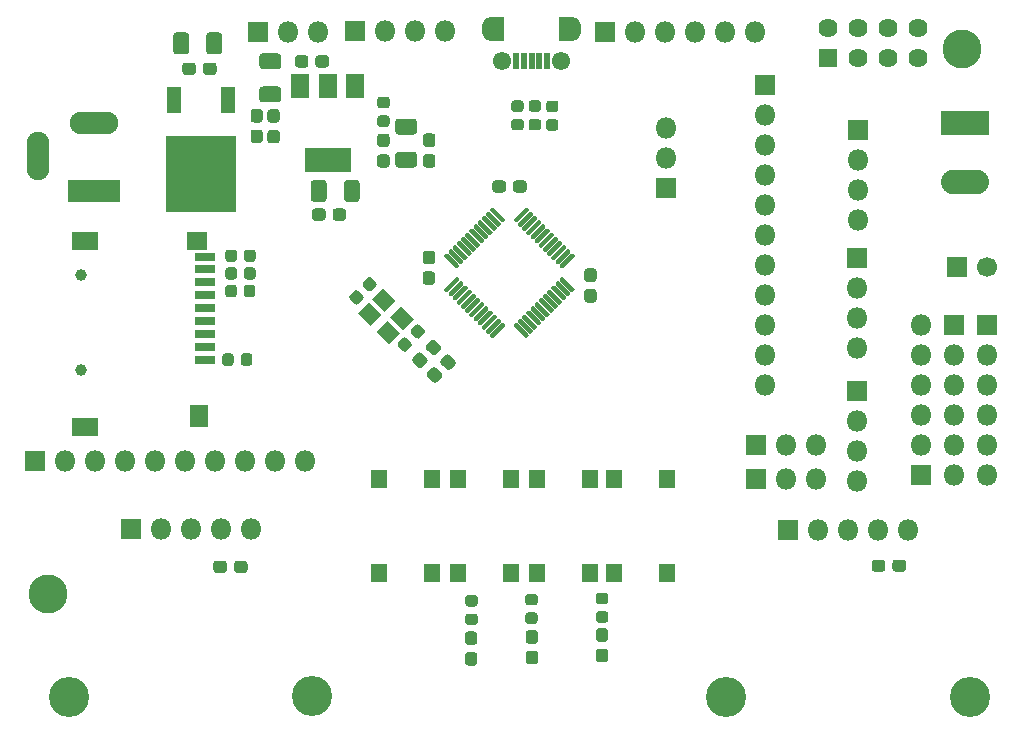
<source format=gbr>
%TF.GenerationSoftware,KiCad,Pcbnew,(5.1.6)-1*%
%TF.CreationDate,2020-09-08T21:04:45+07:00*%
%TF.ProjectId,C21_board,4332315f-626f-4617-9264-2e6b69636164,rev?*%
%TF.SameCoordinates,Original*%
%TF.FileFunction,Soldermask,Top*%
%TF.FilePolarity,Negative*%
%FSLAX46Y46*%
G04 Gerber Fmt 4.6, Leading zero omitted, Abs format (unit mm)*
G04 Created by KiCad (PCBNEW (5.1.6)-1) date 2020-09-08 21:04:45*
%MOMM*%
%LPD*%
G01*
G04 APERTURE LIST*
%ADD10C,1.624000*%
%ADD11R,1.624000X1.624000*%
%ADD12R,1.400000X1.650000*%
%ADD13O,1.800000X1.800000*%
%ADD14R,1.800000X1.800000*%
%ADD15C,3.300000*%
%ADD16C,3.400000*%
%ADD17C,1.700000*%
%ADD18R,1.700000X1.700000*%
%ADD19O,4.060000X2.080000*%
%ADD20R,4.060000X2.080000*%
%ADD21R,1.300000X2.000000*%
%ADD22O,1.300000X2.000000*%
%ADD23C,1.550000*%
%ADD24R,0.500000X1.450000*%
%ADD25R,5.900000X6.500000*%
%ADD26R,1.300000X2.300000*%
%ADD27R,4.500000X1.900000*%
%ADD28O,4.100000X1.900000*%
%ADD29O,1.900000X4.100000*%
%ADD30C,0.100000*%
%ADD31R,1.600000X2.100000*%
%ADD32R,3.900000X2.100000*%
%ADD33R,1.700000X0.800000*%
%ADD34R,1.700000X1.500000*%
%ADD35R,2.300000X1.500000*%
%ADD36R,1.500000X1.900000*%
%ADD37C,1.000000*%
G04 APERTURE END LIST*
D10*
%TO.C,nRF24*%
X173720000Y-61685000D03*
X173720000Y-64225000D03*
X171180000Y-61685000D03*
X171180000Y-64225000D03*
X168640000Y-61685000D03*
X168640000Y-64225000D03*
X166100000Y-61685000D03*
D11*
X166100000Y-64225000D03*
%TD*%
D12*
%TO.C,SW2*%
X148025000Y-107825000D03*
X152525000Y-107825000D03*
X152525000Y-99875000D03*
X148025000Y-99875000D03*
%TD*%
%TO.C,SW5*%
X141450000Y-107825000D03*
X145950000Y-107825000D03*
X145950000Y-99875000D03*
X141450000Y-99875000D03*
%TD*%
%TO.C,SW4*%
X134775000Y-107825000D03*
X139275000Y-107825000D03*
X139275000Y-99875000D03*
X134775000Y-99875000D03*
%TD*%
%TO.C,SW1*%
X128100000Y-107825000D03*
X132600000Y-107825000D03*
X132600000Y-99875000D03*
X128100000Y-99875000D03*
%TD*%
D13*
%TO.C,MPU9250*%
X121835000Y-98325000D03*
X119295000Y-98325000D03*
X116755000Y-98325000D03*
X114215000Y-98325000D03*
X111675000Y-98325000D03*
X109135000Y-98325000D03*
X106595000Y-98325000D03*
X104055000Y-98325000D03*
X101515000Y-98325000D03*
D14*
X98975000Y-98325000D03*
D15*
X100075000Y-109625000D03*
%TD*%
D13*
%TO.C,J7*%
X117235000Y-104150000D03*
X114695000Y-104150000D03*
X112155000Y-104150000D03*
X109615000Y-104150000D03*
D14*
X107075000Y-104150000D03*
D16*
X122465000Y-118240000D03*
X101875000Y-118300000D03*
%TD*%
%TO.C,J4*%
X157515000Y-118375000D03*
X178105000Y-118315000D03*
D14*
X162715000Y-104225000D03*
D13*
X165255000Y-104225000D03*
X167795000Y-104225000D03*
X170335000Y-104225000D03*
X172875000Y-104225000D03*
%TD*%
%TO.C,U3*%
G36*
G01*
X134606839Y-82053769D02*
X133634566Y-81081498D01*
G75*
G02*
X133634566Y-80940076I70711J70711D01*
G01*
X133775988Y-80798654D01*
G75*
G02*
X133917410Y-80798654I70711J-70711D01*
G01*
X134889682Y-81770926D01*
G75*
G02*
X134889682Y-81912348I-70711J-70711D01*
G01*
X134748260Y-82053770D01*
G75*
G02*
X134606838Y-82053770I-70711J70711D01*
G01*
G37*
G36*
G01*
X134960393Y-81700215D02*
X133988120Y-80727944D01*
G75*
G02*
X133988120Y-80586522I70711J70711D01*
G01*
X134129542Y-80445100D01*
G75*
G02*
X134270964Y-80445100I70711J-70711D01*
G01*
X135243236Y-81417372D01*
G75*
G02*
X135243236Y-81558794I-70711J-70711D01*
G01*
X135101814Y-81700216D01*
G75*
G02*
X134960392Y-81700216I-70711J70711D01*
G01*
G37*
G36*
G01*
X135313946Y-81346662D02*
X134341673Y-80374391D01*
G75*
G02*
X134341673Y-80232969I70711J70711D01*
G01*
X134483095Y-80091547D01*
G75*
G02*
X134624517Y-80091547I70711J-70711D01*
G01*
X135596789Y-81063819D01*
G75*
G02*
X135596789Y-81205241I-70711J-70711D01*
G01*
X135455367Y-81346663D01*
G75*
G02*
X135313945Y-81346663I-70711J70711D01*
G01*
G37*
G36*
G01*
X135667500Y-80993108D02*
X134695227Y-80020837D01*
G75*
G02*
X134695227Y-79879415I70711J70711D01*
G01*
X134836649Y-79737993D01*
G75*
G02*
X134978071Y-79737993I70711J-70711D01*
G01*
X135950343Y-80710265D01*
G75*
G02*
X135950343Y-80851687I-70711J-70711D01*
G01*
X135808921Y-80993109D01*
G75*
G02*
X135667499Y-80993109I-70711J70711D01*
G01*
G37*
G36*
G01*
X136021053Y-80639555D02*
X135048780Y-79667284D01*
G75*
G02*
X135048780Y-79525862I70711J70711D01*
G01*
X135190202Y-79384440D01*
G75*
G02*
X135331624Y-79384440I70711J-70711D01*
G01*
X136303896Y-80356712D01*
G75*
G02*
X136303896Y-80498134I-70711J-70711D01*
G01*
X136162474Y-80639556D01*
G75*
G02*
X136021052Y-80639556I-70711J70711D01*
G01*
G37*
G36*
G01*
X136374606Y-80286002D02*
X135402333Y-79313731D01*
G75*
G02*
X135402333Y-79172309I70711J70711D01*
G01*
X135543755Y-79030887D01*
G75*
G02*
X135685177Y-79030887I70711J-70711D01*
G01*
X136657449Y-80003159D01*
G75*
G02*
X136657449Y-80144581I-70711J-70711D01*
G01*
X136516027Y-80286003D01*
G75*
G02*
X136374605Y-80286003I-70711J70711D01*
G01*
G37*
G36*
G01*
X136728160Y-79932448D02*
X135755887Y-78960177D01*
G75*
G02*
X135755887Y-78818755I70711J70711D01*
G01*
X135897309Y-78677333D01*
G75*
G02*
X136038731Y-78677333I70711J-70711D01*
G01*
X137011003Y-79649605D01*
G75*
G02*
X137011003Y-79791027I-70711J-70711D01*
G01*
X136869581Y-79932449D01*
G75*
G02*
X136728159Y-79932449I-70711J70711D01*
G01*
G37*
G36*
G01*
X137081713Y-79578895D02*
X136109440Y-78606624D01*
G75*
G02*
X136109440Y-78465202I70711J70711D01*
G01*
X136250862Y-78323780D01*
G75*
G02*
X136392284Y-78323780I70711J-70711D01*
G01*
X137364556Y-79296052D01*
G75*
G02*
X137364556Y-79437474I-70711J-70711D01*
G01*
X137223134Y-79578896D01*
G75*
G02*
X137081712Y-79578896I-70711J70711D01*
G01*
G37*
G36*
G01*
X137435266Y-79225342D02*
X136462993Y-78253071D01*
G75*
G02*
X136462993Y-78111649I70711J70711D01*
G01*
X136604415Y-77970227D01*
G75*
G02*
X136745837Y-77970227I70711J-70711D01*
G01*
X137718109Y-78942499D01*
G75*
G02*
X137718109Y-79083921I-70711J-70711D01*
G01*
X137576687Y-79225343D01*
G75*
G02*
X137435265Y-79225343I-70711J70711D01*
G01*
G37*
G36*
G01*
X137788820Y-78871788D02*
X136816547Y-77899517D01*
G75*
G02*
X136816547Y-77758095I70711J70711D01*
G01*
X136957969Y-77616673D01*
G75*
G02*
X137099391Y-77616673I70711J-70711D01*
G01*
X138071663Y-78588945D01*
G75*
G02*
X138071663Y-78730367I-70711J-70711D01*
G01*
X137930241Y-78871789D01*
G75*
G02*
X137788819Y-78871789I-70711J70711D01*
G01*
G37*
G36*
G01*
X138142373Y-78518235D02*
X137170100Y-77545964D01*
G75*
G02*
X137170100Y-77404542I70711J70711D01*
G01*
X137311522Y-77263120D01*
G75*
G02*
X137452944Y-77263120I70711J-70711D01*
G01*
X138425216Y-78235392D01*
G75*
G02*
X138425216Y-78376814I-70711J-70711D01*
G01*
X138283794Y-78518236D01*
G75*
G02*
X138142372Y-78518236I-70711J70711D01*
G01*
G37*
G36*
G01*
X138495927Y-78164681D02*
X137523654Y-77192410D01*
G75*
G02*
X137523654Y-77050988I70711J70711D01*
G01*
X137665076Y-76909566D01*
G75*
G02*
X137806498Y-76909566I70711J-70711D01*
G01*
X138778770Y-77881838D01*
G75*
G02*
X138778770Y-78023260I-70711J-70711D01*
G01*
X138637348Y-78164682D01*
G75*
G02*
X138495926Y-78164682I-70711J70711D01*
G01*
G37*
G36*
G01*
X139662652Y-78164681D02*
X139521230Y-78023260D01*
G75*
G02*
X139521230Y-77881838I70711J70711D01*
G01*
X140493502Y-76909566D01*
G75*
G02*
X140634924Y-76909566I70711J-70711D01*
G01*
X140776346Y-77050988D01*
G75*
G02*
X140776346Y-77192410I-70711J-70711D01*
G01*
X139804074Y-78164682D01*
G75*
G02*
X139662652Y-78164682I-70711J70711D01*
G01*
G37*
G36*
G01*
X140016206Y-78518235D02*
X139874784Y-78376814D01*
G75*
G02*
X139874784Y-78235392I70711J70711D01*
G01*
X140847056Y-77263120D01*
G75*
G02*
X140988478Y-77263120I70711J-70711D01*
G01*
X141129900Y-77404542D01*
G75*
G02*
X141129900Y-77545964I-70711J-70711D01*
G01*
X140157628Y-78518236D01*
G75*
G02*
X140016206Y-78518236I-70711J70711D01*
G01*
G37*
G36*
G01*
X140369759Y-78871788D02*
X140228337Y-78730367D01*
G75*
G02*
X140228337Y-78588945I70711J70711D01*
G01*
X141200609Y-77616673D01*
G75*
G02*
X141342031Y-77616673I70711J-70711D01*
G01*
X141483453Y-77758095D01*
G75*
G02*
X141483453Y-77899517I-70711J-70711D01*
G01*
X140511181Y-78871789D01*
G75*
G02*
X140369759Y-78871789I-70711J70711D01*
G01*
G37*
G36*
G01*
X140723313Y-79225342D02*
X140581891Y-79083921D01*
G75*
G02*
X140581891Y-78942499I70711J70711D01*
G01*
X141554163Y-77970227D01*
G75*
G02*
X141695585Y-77970227I70711J-70711D01*
G01*
X141837007Y-78111649D01*
G75*
G02*
X141837007Y-78253071I-70711J-70711D01*
G01*
X140864735Y-79225343D01*
G75*
G02*
X140723313Y-79225343I-70711J70711D01*
G01*
G37*
G36*
G01*
X141076866Y-79578895D02*
X140935444Y-79437474D01*
G75*
G02*
X140935444Y-79296052I70711J70711D01*
G01*
X141907716Y-78323780D01*
G75*
G02*
X142049138Y-78323780I70711J-70711D01*
G01*
X142190560Y-78465202D01*
G75*
G02*
X142190560Y-78606624I-70711J-70711D01*
G01*
X141218288Y-79578896D01*
G75*
G02*
X141076866Y-79578896I-70711J70711D01*
G01*
G37*
G36*
G01*
X141430419Y-79932448D02*
X141288997Y-79791027D01*
G75*
G02*
X141288997Y-79649605I70711J70711D01*
G01*
X142261269Y-78677333D01*
G75*
G02*
X142402691Y-78677333I70711J-70711D01*
G01*
X142544113Y-78818755D01*
G75*
G02*
X142544113Y-78960177I-70711J-70711D01*
G01*
X141571841Y-79932449D01*
G75*
G02*
X141430419Y-79932449I-70711J70711D01*
G01*
G37*
G36*
G01*
X141783973Y-80286002D02*
X141642551Y-80144581D01*
G75*
G02*
X141642551Y-80003159I70711J70711D01*
G01*
X142614823Y-79030887D01*
G75*
G02*
X142756245Y-79030887I70711J-70711D01*
G01*
X142897667Y-79172309D01*
G75*
G02*
X142897667Y-79313731I-70711J-70711D01*
G01*
X141925395Y-80286003D01*
G75*
G02*
X141783973Y-80286003I-70711J70711D01*
G01*
G37*
G36*
G01*
X142137526Y-80639555D02*
X141996104Y-80498134D01*
G75*
G02*
X141996104Y-80356712I70711J70711D01*
G01*
X142968376Y-79384440D01*
G75*
G02*
X143109798Y-79384440I70711J-70711D01*
G01*
X143251220Y-79525862D01*
G75*
G02*
X143251220Y-79667284I-70711J-70711D01*
G01*
X142278948Y-80639556D01*
G75*
G02*
X142137526Y-80639556I-70711J70711D01*
G01*
G37*
G36*
G01*
X142491079Y-80993108D02*
X142349657Y-80851687D01*
G75*
G02*
X142349657Y-80710265I70711J70711D01*
G01*
X143321929Y-79737993D01*
G75*
G02*
X143463351Y-79737993I70711J-70711D01*
G01*
X143604773Y-79879415D01*
G75*
G02*
X143604773Y-80020837I-70711J-70711D01*
G01*
X142632501Y-80993109D01*
G75*
G02*
X142491079Y-80993109I-70711J70711D01*
G01*
G37*
G36*
G01*
X142844633Y-81346662D02*
X142703211Y-81205241D01*
G75*
G02*
X142703211Y-81063819I70711J70711D01*
G01*
X143675483Y-80091547D01*
G75*
G02*
X143816905Y-80091547I70711J-70711D01*
G01*
X143958327Y-80232969D01*
G75*
G02*
X143958327Y-80374391I-70711J-70711D01*
G01*
X142986055Y-81346663D01*
G75*
G02*
X142844633Y-81346663I-70711J70711D01*
G01*
G37*
G36*
G01*
X143198186Y-81700215D02*
X143056764Y-81558794D01*
G75*
G02*
X143056764Y-81417372I70711J70711D01*
G01*
X144029036Y-80445100D01*
G75*
G02*
X144170458Y-80445100I70711J-70711D01*
G01*
X144311880Y-80586522D01*
G75*
G02*
X144311880Y-80727944I-70711J-70711D01*
G01*
X143339608Y-81700216D01*
G75*
G02*
X143198186Y-81700216I-70711J70711D01*
G01*
G37*
G36*
G01*
X143551740Y-82053769D02*
X143410318Y-81912348D01*
G75*
G02*
X143410318Y-81770926I70711J70711D01*
G01*
X144382590Y-80798654D01*
G75*
G02*
X144524012Y-80798654I70711J-70711D01*
G01*
X144665434Y-80940076D01*
G75*
G02*
X144665434Y-81081498I-70711J-70711D01*
G01*
X143693162Y-82053770D01*
G75*
G02*
X143551740Y-82053770I-70711J70711D01*
G01*
G37*
G36*
G01*
X144382591Y-84051345D02*
X143410318Y-83079074D01*
G75*
G02*
X143410318Y-82937652I70711J70711D01*
G01*
X143551740Y-82796230D01*
G75*
G02*
X143693162Y-82796230I70711J-70711D01*
G01*
X144665434Y-83768502D01*
G75*
G02*
X144665434Y-83909924I-70711J-70711D01*
G01*
X144524012Y-84051346D01*
G75*
G02*
X144382590Y-84051346I-70711J70711D01*
G01*
G37*
G36*
G01*
X144029037Y-84404899D02*
X143056764Y-83432628D01*
G75*
G02*
X143056764Y-83291206I70711J70711D01*
G01*
X143198186Y-83149784D01*
G75*
G02*
X143339608Y-83149784I70711J-70711D01*
G01*
X144311880Y-84122056D01*
G75*
G02*
X144311880Y-84263478I-70711J-70711D01*
G01*
X144170458Y-84404900D01*
G75*
G02*
X144029036Y-84404900I-70711J70711D01*
G01*
G37*
G36*
G01*
X143675484Y-84758452D02*
X142703211Y-83786181D01*
G75*
G02*
X142703211Y-83644759I70711J70711D01*
G01*
X142844633Y-83503337D01*
G75*
G02*
X142986055Y-83503337I70711J-70711D01*
G01*
X143958327Y-84475609D01*
G75*
G02*
X143958327Y-84617031I-70711J-70711D01*
G01*
X143816905Y-84758453D01*
G75*
G02*
X143675483Y-84758453I-70711J70711D01*
G01*
G37*
G36*
G01*
X143321930Y-85112006D02*
X142349657Y-84139735D01*
G75*
G02*
X142349657Y-83998313I70711J70711D01*
G01*
X142491079Y-83856891D01*
G75*
G02*
X142632501Y-83856891I70711J-70711D01*
G01*
X143604773Y-84829163D01*
G75*
G02*
X143604773Y-84970585I-70711J-70711D01*
G01*
X143463351Y-85112007D01*
G75*
G02*
X143321929Y-85112007I-70711J70711D01*
G01*
G37*
G36*
G01*
X142968377Y-85465559D02*
X141996104Y-84493288D01*
G75*
G02*
X141996104Y-84351866I70711J70711D01*
G01*
X142137526Y-84210444D01*
G75*
G02*
X142278948Y-84210444I70711J-70711D01*
G01*
X143251220Y-85182716D01*
G75*
G02*
X143251220Y-85324138I-70711J-70711D01*
G01*
X143109798Y-85465560D01*
G75*
G02*
X142968376Y-85465560I-70711J70711D01*
G01*
G37*
G36*
G01*
X142614824Y-85819112D02*
X141642551Y-84846841D01*
G75*
G02*
X141642551Y-84705419I70711J70711D01*
G01*
X141783973Y-84563997D01*
G75*
G02*
X141925395Y-84563997I70711J-70711D01*
G01*
X142897667Y-85536269D01*
G75*
G02*
X142897667Y-85677691I-70711J-70711D01*
G01*
X142756245Y-85819113D01*
G75*
G02*
X142614823Y-85819113I-70711J70711D01*
G01*
G37*
G36*
G01*
X142261270Y-86172666D02*
X141288997Y-85200395D01*
G75*
G02*
X141288997Y-85058973I70711J70711D01*
G01*
X141430419Y-84917551D01*
G75*
G02*
X141571841Y-84917551I70711J-70711D01*
G01*
X142544113Y-85889823D01*
G75*
G02*
X142544113Y-86031245I-70711J-70711D01*
G01*
X142402691Y-86172667D01*
G75*
G02*
X142261269Y-86172667I-70711J70711D01*
G01*
G37*
G36*
G01*
X141907717Y-86526219D02*
X140935444Y-85553948D01*
G75*
G02*
X140935444Y-85412526I70711J70711D01*
G01*
X141076866Y-85271104D01*
G75*
G02*
X141218288Y-85271104I70711J-70711D01*
G01*
X142190560Y-86243376D01*
G75*
G02*
X142190560Y-86384798I-70711J-70711D01*
G01*
X142049138Y-86526220D01*
G75*
G02*
X141907716Y-86526220I-70711J70711D01*
G01*
G37*
G36*
G01*
X141554164Y-86879772D02*
X140581891Y-85907501D01*
G75*
G02*
X140581891Y-85766079I70711J70711D01*
G01*
X140723313Y-85624657D01*
G75*
G02*
X140864735Y-85624657I70711J-70711D01*
G01*
X141837007Y-86596929D01*
G75*
G02*
X141837007Y-86738351I-70711J-70711D01*
G01*
X141695585Y-86879773D01*
G75*
G02*
X141554163Y-86879773I-70711J70711D01*
G01*
G37*
G36*
G01*
X141200610Y-87233326D02*
X140228337Y-86261055D01*
G75*
G02*
X140228337Y-86119633I70711J70711D01*
G01*
X140369759Y-85978211D01*
G75*
G02*
X140511181Y-85978211I70711J-70711D01*
G01*
X141483453Y-86950483D01*
G75*
G02*
X141483453Y-87091905I-70711J-70711D01*
G01*
X141342031Y-87233327D01*
G75*
G02*
X141200609Y-87233327I-70711J70711D01*
G01*
G37*
G36*
G01*
X140847057Y-87586879D02*
X139874784Y-86614608D01*
G75*
G02*
X139874784Y-86473186I70711J70711D01*
G01*
X140016206Y-86331764D01*
G75*
G02*
X140157628Y-86331764I70711J-70711D01*
G01*
X141129900Y-87304036D01*
G75*
G02*
X141129900Y-87445458I-70711J-70711D01*
G01*
X140988478Y-87586880D01*
G75*
G02*
X140847056Y-87586880I-70711J70711D01*
G01*
G37*
G36*
G01*
X140493503Y-87940433D02*
X139521230Y-86968162D01*
G75*
G02*
X139521230Y-86826740I70711J70711D01*
G01*
X139662652Y-86685318D01*
G75*
G02*
X139804074Y-86685318I70711J-70711D01*
G01*
X140776346Y-87657590D01*
G75*
G02*
X140776346Y-87799012I-70711J-70711D01*
G01*
X140634924Y-87940434D01*
G75*
G02*
X140493502Y-87940434I-70711J70711D01*
G01*
G37*
G36*
G01*
X137665076Y-87940433D02*
X137523654Y-87799012D01*
G75*
G02*
X137523654Y-87657590I70711J70711D01*
G01*
X138495926Y-86685318D01*
G75*
G02*
X138637348Y-86685318I70711J-70711D01*
G01*
X138778770Y-86826740D01*
G75*
G02*
X138778770Y-86968162I-70711J-70711D01*
G01*
X137806498Y-87940434D01*
G75*
G02*
X137665076Y-87940434I-70711J70711D01*
G01*
G37*
G36*
G01*
X137311522Y-87586879D02*
X137170100Y-87445458D01*
G75*
G02*
X137170100Y-87304036I70711J70711D01*
G01*
X138142372Y-86331764D01*
G75*
G02*
X138283794Y-86331764I70711J-70711D01*
G01*
X138425216Y-86473186D01*
G75*
G02*
X138425216Y-86614608I-70711J-70711D01*
G01*
X137452944Y-87586880D01*
G75*
G02*
X137311522Y-87586880I-70711J70711D01*
G01*
G37*
G36*
G01*
X136957969Y-87233326D02*
X136816547Y-87091905D01*
G75*
G02*
X136816547Y-86950483I70711J70711D01*
G01*
X137788819Y-85978211D01*
G75*
G02*
X137930241Y-85978211I70711J-70711D01*
G01*
X138071663Y-86119633D01*
G75*
G02*
X138071663Y-86261055I-70711J-70711D01*
G01*
X137099391Y-87233327D01*
G75*
G02*
X136957969Y-87233327I-70711J70711D01*
G01*
G37*
G36*
G01*
X136604415Y-86879772D02*
X136462993Y-86738351D01*
G75*
G02*
X136462993Y-86596929I70711J70711D01*
G01*
X137435265Y-85624657D01*
G75*
G02*
X137576687Y-85624657I70711J-70711D01*
G01*
X137718109Y-85766079D01*
G75*
G02*
X137718109Y-85907501I-70711J-70711D01*
G01*
X136745837Y-86879773D01*
G75*
G02*
X136604415Y-86879773I-70711J70711D01*
G01*
G37*
G36*
G01*
X136250862Y-86526219D02*
X136109440Y-86384798D01*
G75*
G02*
X136109440Y-86243376I70711J70711D01*
G01*
X137081712Y-85271104D01*
G75*
G02*
X137223134Y-85271104I70711J-70711D01*
G01*
X137364556Y-85412526D01*
G75*
G02*
X137364556Y-85553948I-70711J-70711D01*
G01*
X136392284Y-86526220D01*
G75*
G02*
X136250862Y-86526220I-70711J70711D01*
G01*
G37*
G36*
G01*
X135897309Y-86172666D02*
X135755887Y-86031245D01*
G75*
G02*
X135755887Y-85889823I70711J70711D01*
G01*
X136728159Y-84917551D01*
G75*
G02*
X136869581Y-84917551I70711J-70711D01*
G01*
X137011003Y-85058973D01*
G75*
G02*
X137011003Y-85200395I-70711J-70711D01*
G01*
X136038731Y-86172667D01*
G75*
G02*
X135897309Y-86172667I-70711J70711D01*
G01*
G37*
G36*
G01*
X135543755Y-85819112D02*
X135402333Y-85677691D01*
G75*
G02*
X135402333Y-85536269I70711J70711D01*
G01*
X136374605Y-84563997D01*
G75*
G02*
X136516027Y-84563997I70711J-70711D01*
G01*
X136657449Y-84705419D01*
G75*
G02*
X136657449Y-84846841I-70711J-70711D01*
G01*
X135685177Y-85819113D01*
G75*
G02*
X135543755Y-85819113I-70711J70711D01*
G01*
G37*
G36*
G01*
X135190202Y-85465559D02*
X135048780Y-85324138D01*
G75*
G02*
X135048780Y-85182716I70711J70711D01*
G01*
X136021052Y-84210444D01*
G75*
G02*
X136162474Y-84210444I70711J-70711D01*
G01*
X136303896Y-84351866D01*
G75*
G02*
X136303896Y-84493288I-70711J-70711D01*
G01*
X135331624Y-85465560D01*
G75*
G02*
X135190202Y-85465560I-70711J70711D01*
G01*
G37*
G36*
G01*
X134836649Y-85112006D02*
X134695227Y-84970585D01*
G75*
G02*
X134695227Y-84829163I70711J70711D01*
G01*
X135667499Y-83856891D01*
G75*
G02*
X135808921Y-83856891I70711J-70711D01*
G01*
X135950343Y-83998313D01*
G75*
G02*
X135950343Y-84139735I-70711J-70711D01*
G01*
X134978071Y-85112007D01*
G75*
G02*
X134836649Y-85112007I-70711J70711D01*
G01*
G37*
G36*
G01*
X134483095Y-84758452D02*
X134341673Y-84617031D01*
G75*
G02*
X134341673Y-84475609I70711J70711D01*
G01*
X135313945Y-83503337D01*
G75*
G02*
X135455367Y-83503337I70711J-70711D01*
G01*
X135596789Y-83644759D01*
G75*
G02*
X135596789Y-83786181I-70711J-70711D01*
G01*
X134624517Y-84758453D01*
G75*
G02*
X134483095Y-84758453I-70711J70711D01*
G01*
G37*
G36*
G01*
X134129542Y-84404899D02*
X133988120Y-84263478D01*
G75*
G02*
X133988120Y-84122056I70711J70711D01*
G01*
X134960392Y-83149784D01*
G75*
G02*
X135101814Y-83149784I70711J-70711D01*
G01*
X135243236Y-83291206D01*
G75*
G02*
X135243236Y-83432628I-70711J-70711D01*
G01*
X134270964Y-84404900D01*
G75*
G02*
X134129542Y-84404900I-70711J70711D01*
G01*
G37*
G36*
G01*
X133775988Y-84051345D02*
X133634566Y-83909924D01*
G75*
G02*
X133634566Y-83768502I70711J70711D01*
G01*
X134606838Y-82796230D01*
G75*
G02*
X134748260Y-82796230I70711J-70711D01*
G01*
X134889682Y-82937652D01*
G75*
G02*
X134889682Y-83079074I-70711J-70711D01*
G01*
X133917410Y-84051346D01*
G75*
G02*
X133775988Y-84051346I-70711J70711D01*
G01*
G37*
%TD*%
%TO.C,C2*%
G36*
G01*
X131242853Y-87929894D02*
X130845106Y-87532146D01*
G75*
G02*
X130845106Y-87187432I172357J172357D01*
G01*
X131189820Y-86842718D01*
G75*
G02*
X131534534Y-86842718I172357J-172357D01*
G01*
X131932282Y-87240466D01*
G75*
G02*
X131932282Y-87585180I-172357J-172357D01*
G01*
X131587568Y-87929894D01*
G75*
G02*
X131242854Y-87929894I-172357J172357D01*
G01*
G37*
G36*
G01*
X130129159Y-89043588D02*
X129731412Y-88645840D01*
G75*
G02*
X129731412Y-88301126I172357J172357D01*
G01*
X130076126Y-87956412D01*
G75*
G02*
X130420840Y-87956412I172357J-172357D01*
G01*
X130818588Y-88354160D01*
G75*
G02*
X130818588Y-88698874I-172357J-172357D01*
G01*
X130473874Y-89043588D01*
G75*
G02*
X130129160Y-89043588I-172357J172357D01*
G01*
G37*
%TD*%
%TO.C,C1*%
G36*
G01*
X127161006Y-83936741D02*
X126763259Y-83538993D01*
G75*
G02*
X126763259Y-83194279I172357J172357D01*
G01*
X127107973Y-82849565D01*
G75*
G02*
X127452687Y-82849565I172357J-172357D01*
G01*
X127850435Y-83247313D01*
G75*
G02*
X127850435Y-83592027I-172357J-172357D01*
G01*
X127505721Y-83936741D01*
G75*
G02*
X127161007Y-83936741I-172357J172357D01*
G01*
G37*
G36*
G01*
X126047312Y-85050435D02*
X125649565Y-84652687D01*
G75*
G02*
X125649565Y-84307973I172357J172357D01*
G01*
X125994279Y-83963259D01*
G75*
G02*
X126338993Y-83963259I172357J-172357D01*
G01*
X126736741Y-84361007D01*
G75*
G02*
X126736741Y-84705721I-172357J-172357D01*
G01*
X126392027Y-85050435D01*
G75*
G02*
X126047313Y-85050435I-172357J172357D01*
G01*
G37*
%TD*%
%TO.C,C21*%
G36*
G01*
X113200000Y-65412500D02*
X113200000Y-64887500D01*
G75*
G02*
X113462500Y-64625000I262500J0D01*
G01*
X114087500Y-64625000D01*
G75*
G02*
X114350000Y-64887500I0J-262500D01*
G01*
X114350000Y-65412500D01*
G75*
G02*
X114087500Y-65675000I-262500J0D01*
G01*
X113462500Y-65675000D01*
G75*
G02*
X113200000Y-65412500I0J262500D01*
G01*
G37*
G36*
G01*
X111450000Y-65412500D02*
X111450000Y-64887500D01*
G75*
G02*
X111712500Y-64625000I262500J0D01*
G01*
X112337500Y-64625000D01*
G75*
G02*
X112600000Y-64887500I0J-262500D01*
G01*
X112600000Y-65412500D01*
G75*
G02*
X112337500Y-65675000I-262500J0D01*
G01*
X111712500Y-65675000D01*
G75*
G02*
X111450000Y-65412500I0J262500D01*
G01*
G37*
%TD*%
%TO.C,Buzzer*%
X152375000Y-70175000D03*
X152375000Y-72715000D03*
D14*
X152375000Y-75255000D03*
%TD*%
D15*
%TO.C,REF\u002A\u002A*%
X177500000Y-63475000D03*
%TD*%
%TO.C,C4*%
G36*
G01*
X118245000Y-66650000D02*
X119555000Y-66650000D01*
G75*
G02*
X119825000Y-66920000I0J-270000D01*
G01*
X119825000Y-67730000D01*
G75*
G02*
X119555000Y-68000000I-270000J0D01*
G01*
X118245000Y-68000000D01*
G75*
G02*
X117975000Y-67730000I0J270000D01*
G01*
X117975000Y-66920000D01*
G75*
G02*
X118245000Y-66650000I270000J0D01*
G01*
G37*
G36*
G01*
X118245000Y-63850000D02*
X119555000Y-63850000D01*
G75*
G02*
X119825000Y-64120000I0J-270000D01*
G01*
X119825000Y-64930000D01*
G75*
G02*
X119555000Y-65200000I-270000J0D01*
G01*
X118245000Y-65200000D01*
G75*
G02*
X117975000Y-64930000I0J270000D01*
G01*
X117975000Y-64120000D01*
G75*
G02*
X118245000Y-63850000I270000J0D01*
G01*
G37*
%TD*%
D17*
%TO.C,C26*%
X179550000Y-81925000D03*
D18*
X177050000Y-81925000D03*
%TD*%
%TO.C,C25*%
G36*
G01*
X131055000Y-70725000D02*
X129745000Y-70725000D01*
G75*
G02*
X129475000Y-70455000I0J270000D01*
G01*
X129475000Y-69645000D01*
G75*
G02*
X129745000Y-69375000I270000J0D01*
G01*
X131055000Y-69375000D01*
G75*
G02*
X131325000Y-69645000I0J-270000D01*
G01*
X131325000Y-70455000D01*
G75*
G02*
X131055000Y-70725000I-270000J0D01*
G01*
G37*
G36*
G01*
X131055000Y-73525000D02*
X129745000Y-73525000D01*
G75*
G02*
X129475000Y-73255000I0J270000D01*
G01*
X129475000Y-72445000D01*
G75*
G02*
X129745000Y-72175000I270000J0D01*
G01*
X131055000Y-72175000D01*
G75*
G02*
X131325000Y-72445000I0J-270000D01*
G01*
X131325000Y-73255000D01*
G75*
G02*
X131055000Y-73525000I-270000J0D01*
G01*
G37*
%TD*%
%TO.C,C24*%
G36*
G01*
X132612500Y-71775000D02*
X132087500Y-71775000D01*
G75*
G02*
X131825000Y-71512500I0J262500D01*
G01*
X131825000Y-70887500D01*
G75*
G02*
X132087500Y-70625000I262500J0D01*
G01*
X132612500Y-70625000D01*
G75*
G02*
X132875000Y-70887500I0J-262500D01*
G01*
X132875000Y-71512500D01*
G75*
G02*
X132612500Y-71775000I-262500J0D01*
G01*
G37*
G36*
G01*
X132612500Y-73525000D02*
X132087500Y-73525000D01*
G75*
G02*
X131825000Y-73262500I0J262500D01*
G01*
X131825000Y-72637500D01*
G75*
G02*
X132087500Y-72375000I262500J0D01*
G01*
X132612500Y-72375000D01*
G75*
G02*
X132875000Y-72637500I0J-262500D01*
G01*
X132875000Y-73262500D01*
G75*
G02*
X132612500Y-73525000I-262500J0D01*
G01*
G37*
%TD*%
D19*
%TO.C,SERVO *%
X177725000Y-74700000D03*
D20*
X177725000Y-69700000D03*
%TD*%
D21*
%TO.C,USB*%
X143925000Y-61787500D03*
X138125000Y-61787500D03*
D22*
X137525000Y-61787500D03*
X144525000Y-61787500D03*
D23*
X138525000Y-64487500D03*
D24*
X141025000Y-64487500D03*
X140375000Y-64487500D03*
X139725000Y-64487500D03*
X142325000Y-64487500D03*
X141675000Y-64487500D03*
D23*
X143525000Y-64487500D03*
%TD*%
%TO.C,C20*%
G36*
G01*
X113475000Y-63655000D02*
X113475000Y-62345000D01*
G75*
G02*
X113745000Y-62075000I270000J0D01*
G01*
X114555000Y-62075000D01*
G75*
G02*
X114825000Y-62345000I0J-270000D01*
G01*
X114825000Y-63655000D01*
G75*
G02*
X114555000Y-63925000I-270000J0D01*
G01*
X113745000Y-63925000D01*
G75*
G02*
X113475000Y-63655000I0J270000D01*
G01*
G37*
G36*
G01*
X110675000Y-63655000D02*
X110675000Y-62345000D01*
G75*
G02*
X110945000Y-62075000I270000J0D01*
G01*
X111755000Y-62075000D01*
G75*
G02*
X112025000Y-62345000I0J-270000D01*
G01*
X112025000Y-63655000D01*
G75*
G02*
X111755000Y-63925000I-270000J0D01*
G01*
X110945000Y-63925000D01*
G75*
G02*
X110675000Y-63655000I0J270000D01*
G01*
G37*
%TD*%
D25*
%TO.C,U4*%
X113000000Y-74100000D03*
D26*
X110720000Y-67800000D03*
X115280000Y-67800000D03*
%TD*%
D27*
%TO.C,SD card*%
X104000000Y-75500000D03*
D28*
X104000000Y-69700000D03*
D29*
X99200000Y-72500000D03*
%TD*%
%TO.C,D4*%
G36*
G01*
X135653750Y-111285000D02*
X136216250Y-111285000D01*
G75*
G02*
X136460000Y-111528750I0J-243750D01*
G01*
X136460000Y-112016250D01*
G75*
G02*
X136216250Y-112260000I-243750J0D01*
G01*
X135653750Y-112260000D01*
G75*
G02*
X135410000Y-112016250I0J243750D01*
G01*
X135410000Y-111528750D01*
G75*
G02*
X135653750Y-111285000I243750J0D01*
G01*
G37*
G36*
G01*
X135653750Y-109710000D02*
X136216250Y-109710000D01*
G75*
G02*
X136460000Y-109953750I0J-243750D01*
G01*
X136460000Y-110441250D01*
G75*
G02*
X136216250Y-110685000I-243750J0D01*
G01*
X135653750Y-110685000D01*
G75*
G02*
X135410000Y-110441250I0J243750D01*
G01*
X135410000Y-109953750D01*
G75*
G02*
X135653750Y-109710000I243750J0D01*
G01*
G37*
%TD*%
%TO.C,D3*%
G36*
G01*
X140728750Y-111185000D02*
X141291250Y-111185000D01*
G75*
G02*
X141535000Y-111428750I0J-243750D01*
G01*
X141535000Y-111916250D01*
G75*
G02*
X141291250Y-112160000I-243750J0D01*
G01*
X140728750Y-112160000D01*
G75*
G02*
X140485000Y-111916250I0J243750D01*
G01*
X140485000Y-111428750D01*
G75*
G02*
X140728750Y-111185000I243750J0D01*
G01*
G37*
G36*
G01*
X140728750Y-109610000D02*
X141291250Y-109610000D01*
G75*
G02*
X141535000Y-109853750I0J-243750D01*
G01*
X141535000Y-110341250D01*
G75*
G02*
X141291250Y-110585000I-243750J0D01*
G01*
X140728750Y-110585000D01*
G75*
G02*
X140485000Y-110341250I0J243750D01*
G01*
X140485000Y-109853750D01*
G75*
G02*
X140728750Y-109610000I243750J0D01*
G01*
G37*
%TD*%
%TO.C,R17*%
G36*
G01*
X135637500Y-114535000D02*
X136162500Y-114535000D01*
G75*
G02*
X136425000Y-114797500I0J-262500D01*
G01*
X136425000Y-115422500D01*
G75*
G02*
X136162500Y-115685000I-262500J0D01*
G01*
X135637500Y-115685000D01*
G75*
G02*
X135375000Y-115422500I0J262500D01*
G01*
X135375000Y-114797500D01*
G75*
G02*
X135637500Y-114535000I262500J0D01*
G01*
G37*
G36*
G01*
X135637500Y-112785000D02*
X136162500Y-112785000D01*
G75*
G02*
X136425000Y-113047500I0J-262500D01*
G01*
X136425000Y-113672500D01*
G75*
G02*
X136162500Y-113935000I-262500J0D01*
G01*
X135637500Y-113935000D01*
G75*
G02*
X135375000Y-113672500I0J262500D01*
G01*
X135375000Y-113047500D01*
G75*
G02*
X135637500Y-112785000I262500J0D01*
G01*
G37*
%TD*%
%TO.C,R16*%
G36*
G01*
X140787500Y-114435000D02*
X141312500Y-114435000D01*
G75*
G02*
X141575000Y-114697500I0J-262500D01*
G01*
X141575000Y-115322500D01*
G75*
G02*
X141312500Y-115585000I-262500J0D01*
G01*
X140787500Y-115585000D01*
G75*
G02*
X140525000Y-115322500I0J262500D01*
G01*
X140525000Y-114697500D01*
G75*
G02*
X140787500Y-114435000I262500J0D01*
G01*
G37*
G36*
G01*
X140787500Y-112685000D02*
X141312500Y-112685000D01*
G75*
G02*
X141575000Y-112947500I0J-262500D01*
G01*
X141575000Y-113572500D01*
G75*
G02*
X141312500Y-113835000I-262500J0D01*
G01*
X140787500Y-113835000D01*
G75*
G02*
X140525000Y-113572500I0J262500D01*
G01*
X140525000Y-112947500D01*
G75*
G02*
X140787500Y-112685000I262500J0D01*
G01*
G37*
%TD*%
%TO.C,R15*%
G36*
G01*
X146722500Y-114265000D02*
X147247500Y-114265000D01*
G75*
G02*
X147510000Y-114527500I0J-262500D01*
G01*
X147510000Y-115152500D01*
G75*
G02*
X147247500Y-115415000I-262500J0D01*
G01*
X146722500Y-115415000D01*
G75*
G02*
X146460000Y-115152500I0J262500D01*
G01*
X146460000Y-114527500D01*
G75*
G02*
X146722500Y-114265000I262500J0D01*
G01*
G37*
G36*
G01*
X146722500Y-112515000D02*
X147247500Y-112515000D01*
G75*
G02*
X147510000Y-112777500I0J-262500D01*
G01*
X147510000Y-113402500D01*
G75*
G02*
X147247500Y-113665000I-262500J0D01*
G01*
X146722500Y-113665000D01*
G75*
G02*
X146460000Y-113402500I0J262500D01*
G01*
X146460000Y-112777500D01*
G75*
G02*
X146722500Y-112515000I262500J0D01*
G01*
G37*
%TD*%
D13*
%TO.C,J10*%
X165130000Y-96975000D03*
X162590000Y-96975000D03*
D14*
X160050000Y-96975000D03*
%TD*%
D13*
%TO.C,J9*%
X165115000Y-99855000D03*
X162575000Y-99855000D03*
D14*
X160035000Y-99855000D03*
%TD*%
%TO.C,D2*%
G36*
G01*
X146718750Y-111085000D02*
X147281250Y-111085000D01*
G75*
G02*
X147525000Y-111328750I0J-243750D01*
G01*
X147525000Y-111816250D01*
G75*
G02*
X147281250Y-112060000I-243750J0D01*
G01*
X146718750Y-112060000D01*
G75*
G02*
X146475000Y-111816250I0J243750D01*
G01*
X146475000Y-111328750D01*
G75*
G02*
X146718750Y-111085000I243750J0D01*
G01*
G37*
G36*
G01*
X146718750Y-109510000D02*
X147281250Y-109510000D01*
G75*
G02*
X147525000Y-109753750I0J-243750D01*
G01*
X147525000Y-110241250D01*
G75*
G02*
X147281250Y-110485000I-243750J0D01*
G01*
X146718750Y-110485000D01*
G75*
G02*
X146475000Y-110241250I0J243750D01*
G01*
X146475000Y-109753750D01*
G75*
G02*
X146718750Y-109510000I243750J0D01*
G01*
G37*
%TD*%
%TO.C,C23*%
G36*
G01*
X119442500Y-69720000D02*
X118917500Y-69720000D01*
G75*
G02*
X118655000Y-69457500I0J262500D01*
G01*
X118655000Y-68832500D01*
G75*
G02*
X118917500Y-68570000I262500J0D01*
G01*
X119442500Y-68570000D01*
G75*
G02*
X119705000Y-68832500I0J-262500D01*
G01*
X119705000Y-69457500D01*
G75*
G02*
X119442500Y-69720000I-262500J0D01*
G01*
G37*
G36*
G01*
X119442500Y-71470000D02*
X118917500Y-71470000D01*
G75*
G02*
X118655000Y-71207500I0J262500D01*
G01*
X118655000Y-70582500D01*
G75*
G02*
X118917500Y-70320000I262500J0D01*
G01*
X119442500Y-70320000D01*
G75*
G02*
X119705000Y-70582500I0J-262500D01*
G01*
X119705000Y-71207500D01*
G75*
G02*
X119442500Y-71470000I-262500J0D01*
G01*
G37*
%TD*%
%TO.C,C22*%
G36*
G01*
X118012500Y-69700000D02*
X117487500Y-69700000D01*
G75*
G02*
X117225000Y-69437500I0J262500D01*
G01*
X117225000Y-68812500D01*
G75*
G02*
X117487500Y-68550000I262500J0D01*
G01*
X118012500Y-68550000D01*
G75*
G02*
X118275000Y-68812500I0J-262500D01*
G01*
X118275000Y-69437500D01*
G75*
G02*
X118012500Y-69700000I-262500J0D01*
G01*
G37*
G36*
G01*
X118012500Y-71450000D02*
X117487500Y-71450000D01*
G75*
G02*
X117225000Y-71187500I0J262500D01*
G01*
X117225000Y-70562500D01*
G75*
G02*
X117487500Y-70300000I262500J0D01*
G01*
X118012500Y-70300000D01*
G75*
G02*
X118275000Y-70562500I0J-262500D01*
G01*
X118275000Y-71187500D01*
G75*
G02*
X118012500Y-71450000I-262500J0D01*
G01*
G37*
%TD*%
D13*
%TO.C,GND*%
X179600000Y-99550000D03*
X179600000Y-97010000D03*
X179600000Y-94470000D03*
X179600000Y-91930000D03*
X179600000Y-89390000D03*
D14*
X179600000Y-86850000D03*
%TD*%
D13*
%TO.C,+5V*%
X176825000Y-99545000D03*
X176825000Y-97005000D03*
X176825000Y-94465000D03*
X176825000Y-91925000D03*
X176825000Y-89385000D03*
D14*
X176825000Y-86845000D03*
%TD*%
D13*
%TO.C,PWM*%
X174000000Y-86825000D03*
X174000000Y-89365000D03*
X174000000Y-91905000D03*
X174000000Y-94445000D03*
X174000000Y-96985000D03*
D14*
X174000000Y-99525000D03*
%TD*%
D13*
%TO.C,EN2*%
X168550000Y-100020000D03*
X168550000Y-97480000D03*
X168550000Y-94940000D03*
D14*
X168550000Y-92400000D03*
%TD*%
D13*
%TO.C,EN1*%
X168670000Y-77960000D03*
X168670000Y-75420000D03*
X168670000Y-72880000D03*
D14*
X168670000Y-70340000D03*
%TD*%
D13*
%TO.C,L298N*%
X168545000Y-88750000D03*
X168545000Y-86210000D03*
X168545000Y-83670000D03*
D14*
X168545000Y-81130000D03*
%TD*%
%TO.C,C19*%
G36*
G01*
X124175000Y-77762500D02*
X124175000Y-77237500D01*
G75*
G02*
X124437500Y-76975000I262500J0D01*
G01*
X125062500Y-76975000D01*
G75*
G02*
X125325000Y-77237500I0J-262500D01*
G01*
X125325000Y-77762500D01*
G75*
G02*
X125062500Y-78025000I-262500J0D01*
G01*
X124437500Y-78025000D01*
G75*
G02*
X124175000Y-77762500I0J262500D01*
G01*
G37*
G36*
G01*
X122425000Y-77762500D02*
X122425000Y-77237500D01*
G75*
G02*
X122687500Y-76975000I262500J0D01*
G01*
X123312500Y-76975000D01*
G75*
G02*
X123575000Y-77237500I0J-262500D01*
G01*
X123575000Y-77762500D01*
G75*
G02*
X123312500Y-78025000I-262500J0D01*
G01*
X122687500Y-78025000D01*
G75*
G02*
X122425000Y-77762500I0J262500D01*
G01*
G37*
%TD*%
D30*
%TO.C,Y1*%
G36*
X127506497Y-84646573D02*
G01*
X128425735Y-83727335D01*
X129486395Y-84787995D01*
X128567157Y-85707233D01*
X127506497Y-84646573D01*
G37*
G36*
X129062132Y-86202208D02*
G01*
X129981370Y-85282970D01*
X131042030Y-86343630D01*
X130122792Y-87262868D01*
X129062132Y-86202208D01*
G37*
G36*
X127860051Y-87404289D02*
G01*
X128779289Y-86485051D01*
X129839949Y-87545711D01*
X128920711Y-88464949D01*
X127860051Y-87404289D01*
G37*
G36*
X126304416Y-85848654D02*
G01*
X127223654Y-84929416D01*
X128284314Y-85990076D01*
X127365076Y-86909314D01*
X126304416Y-85848654D01*
G37*
%TD*%
D31*
%TO.C,AMS1117*%
X126050000Y-66600000D03*
X121450000Y-66600000D03*
X123750000Y-66600000D03*
D32*
X123750000Y-72900000D03*
%TD*%
%TO.C,R9*%
G36*
G01*
X116670000Y-84251250D02*
X116670000Y-83688750D01*
G75*
G02*
X116913750Y-83445000I243750J0D01*
G01*
X117401250Y-83445000D01*
G75*
G02*
X117645000Y-83688750I0J-243750D01*
G01*
X117645000Y-84251250D01*
G75*
G02*
X117401250Y-84495000I-243750J0D01*
G01*
X116913750Y-84495000D01*
G75*
G02*
X116670000Y-84251250I0J243750D01*
G01*
G37*
G36*
G01*
X115095000Y-84251250D02*
X115095000Y-83688750D01*
G75*
G02*
X115338750Y-83445000I243750J0D01*
G01*
X115826250Y-83445000D01*
G75*
G02*
X116070000Y-83688750I0J-243750D01*
G01*
X116070000Y-84251250D01*
G75*
G02*
X115826250Y-84495000I-243750J0D01*
G01*
X115338750Y-84495000D01*
G75*
G02*
X115095000Y-84251250I0J243750D01*
G01*
G37*
%TD*%
%TO.C,R8*%
G36*
G01*
X116680000Y-81266250D02*
X116680000Y-80703750D01*
G75*
G02*
X116923750Y-80460000I243750J0D01*
G01*
X117411250Y-80460000D01*
G75*
G02*
X117655000Y-80703750I0J-243750D01*
G01*
X117655000Y-81266250D01*
G75*
G02*
X117411250Y-81510000I-243750J0D01*
G01*
X116923750Y-81510000D01*
G75*
G02*
X116680000Y-81266250I0J243750D01*
G01*
G37*
G36*
G01*
X115105000Y-81266250D02*
X115105000Y-80703750D01*
G75*
G02*
X115348750Y-80460000I243750J0D01*
G01*
X115836250Y-80460000D01*
G75*
G02*
X116080000Y-80703750I0J-243750D01*
G01*
X116080000Y-81266250D01*
G75*
G02*
X115836250Y-81510000I-243750J0D01*
G01*
X115348750Y-81510000D01*
G75*
G02*
X115105000Y-81266250I0J243750D01*
G01*
G37*
%TD*%
%TO.C,R7*%
G36*
G01*
X116675000Y-82756250D02*
X116675000Y-82193750D01*
G75*
G02*
X116918750Y-81950000I243750J0D01*
G01*
X117406250Y-81950000D01*
G75*
G02*
X117650000Y-82193750I0J-243750D01*
G01*
X117650000Y-82756250D01*
G75*
G02*
X117406250Y-83000000I-243750J0D01*
G01*
X116918750Y-83000000D01*
G75*
G02*
X116675000Y-82756250I0J243750D01*
G01*
G37*
G36*
G01*
X115100000Y-82756250D02*
X115100000Y-82193750D01*
G75*
G02*
X115343750Y-81950000I243750J0D01*
G01*
X115831250Y-81950000D01*
G75*
G02*
X116075000Y-82193750I0J-243750D01*
G01*
X116075000Y-82756250D01*
G75*
G02*
X115831250Y-83000000I-243750J0D01*
G01*
X115343750Y-83000000D01*
G75*
G02*
X115100000Y-82756250I0J243750D01*
G01*
G37*
%TD*%
%TO.C,R6*%
G36*
G01*
X116400000Y-90056250D02*
X116400000Y-89493750D01*
G75*
G02*
X116643750Y-89250000I243750J0D01*
G01*
X117131250Y-89250000D01*
G75*
G02*
X117375000Y-89493750I0J-243750D01*
G01*
X117375000Y-90056250D01*
G75*
G02*
X117131250Y-90300000I-243750J0D01*
G01*
X116643750Y-90300000D01*
G75*
G02*
X116400000Y-90056250I0J243750D01*
G01*
G37*
G36*
G01*
X114825000Y-90056250D02*
X114825000Y-89493750D01*
G75*
G02*
X115068750Y-89250000I243750J0D01*
G01*
X115556250Y-89250000D01*
G75*
G02*
X115800000Y-89493750I0J-243750D01*
G01*
X115800000Y-90056250D01*
G75*
G02*
X115556250Y-90300000I-243750J0D01*
G01*
X115068750Y-90300000D01*
G75*
G02*
X114825000Y-90056250I0J243750D01*
G01*
G37*
%TD*%
%TO.C,R5*%
G36*
G01*
X143056250Y-68825000D02*
X142493750Y-68825000D01*
G75*
G02*
X142250000Y-68581250I0J243750D01*
G01*
X142250000Y-68093750D01*
G75*
G02*
X142493750Y-67850000I243750J0D01*
G01*
X143056250Y-67850000D01*
G75*
G02*
X143300000Y-68093750I0J-243750D01*
G01*
X143300000Y-68581250D01*
G75*
G02*
X143056250Y-68825000I-243750J0D01*
G01*
G37*
G36*
G01*
X143056250Y-70400000D02*
X142493750Y-70400000D01*
G75*
G02*
X142250000Y-70156250I0J243750D01*
G01*
X142250000Y-69668750D01*
G75*
G02*
X142493750Y-69425000I243750J0D01*
G01*
X143056250Y-69425000D01*
G75*
G02*
X143300000Y-69668750I0J-243750D01*
G01*
X143300000Y-70156250D01*
G75*
G02*
X143056250Y-70400000I-243750J0D01*
G01*
G37*
%TD*%
%TO.C,R4*%
G36*
G01*
X141581250Y-68800000D02*
X141018750Y-68800000D01*
G75*
G02*
X140775000Y-68556250I0J243750D01*
G01*
X140775000Y-68068750D01*
G75*
G02*
X141018750Y-67825000I243750J0D01*
G01*
X141581250Y-67825000D01*
G75*
G02*
X141825000Y-68068750I0J-243750D01*
G01*
X141825000Y-68556250D01*
G75*
G02*
X141581250Y-68800000I-243750J0D01*
G01*
G37*
G36*
G01*
X141581250Y-70375000D02*
X141018750Y-70375000D01*
G75*
G02*
X140775000Y-70131250I0J243750D01*
G01*
X140775000Y-69643750D01*
G75*
G02*
X141018750Y-69400000I243750J0D01*
G01*
X141581250Y-69400000D01*
G75*
G02*
X141825000Y-69643750I0J-243750D01*
G01*
X141825000Y-70131250D01*
G75*
G02*
X141581250Y-70375000I-243750J0D01*
G01*
G37*
%TD*%
%TO.C,R3*%
G36*
G01*
X128207500Y-72385000D02*
X128732500Y-72385000D01*
G75*
G02*
X128995000Y-72647500I0J-262500D01*
G01*
X128995000Y-73272500D01*
G75*
G02*
X128732500Y-73535000I-262500J0D01*
G01*
X128207500Y-73535000D01*
G75*
G02*
X127945000Y-73272500I0J262500D01*
G01*
X127945000Y-72647500D01*
G75*
G02*
X128207500Y-72385000I262500J0D01*
G01*
G37*
G36*
G01*
X128207500Y-70635000D02*
X128732500Y-70635000D01*
G75*
G02*
X128995000Y-70897500I0J-262500D01*
G01*
X128995000Y-71522500D01*
G75*
G02*
X128732500Y-71785000I-262500J0D01*
G01*
X128207500Y-71785000D01*
G75*
G02*
X127945000Y-71522500I0J262500D01*
G01*
X127945000Y-70897500D01*
G75*
G02*
X128207500Y-70635000I262500J0D01*
G01*
G37*
%TD*%
%TO.C,R1*%
G36*
G01*
X140106250Y-68800000D02*
X139543750Y-68800000D01*
G75*
G02*
X139300000Y-68556250I0J243750D01*
G01*
X139300000Y-68068750D01*
G75*
G02*
X139543750Y-67825000I243750J0D01*
G01*
X140106250Y-67825000D01*
G75*
G02*
X140350000Y-68068750I0J-243750D01*
G01*
X140350000Y-68556250D01*
G75*
G02*
X140106250Y-68800000I-243750J0D01*
G01*
G37*
G36*
G01*
X140106250Y-70375000D02*
X139543750Y-70375000D01*
G75*
G02*
X139300000Y-70131250I0J243750D01*
G01*
X139300000Y-69643750D01*
G75*
G02*
X139543750Y-69400000I243750J0D01*
G01*
X140106250Y-69400000D01*
G75*
G02*
X140350000Y-69643750I0J-243750D01*
G01*
X140350000Y-70131250D01*
G75*
G02*
X140106250Y-70375000I-243750J0D01*
G01*
G37*
%TD*%
D33*
%TO.C,P1*%
X113330000Y-89845000D03*
X113330000Y-88745000D03*
X113330000Y-87645000D03*
X113330000Y-86545000D03*
X113330000Y-85445000D03*
X113330000Y-84345000D03*
X113330000Y-83245000D03*
X113330000Y-82145000D03*
X113330000Y-81045000D03*
D34*
X112730000Y-79745000D03*
D35*
X103230000Y-79745000D03*
D36*
X112830000Y-94545000D03*
D35*
X103230000Y-95445000D03*
D37*
X102830000Y-82645000D03*
X102830000Y-90645000D03*
%TD*%
D13*
%TO.C,CS RS SCL SDA LED NC NC GND GND +5v     *%
X160750000Y-91900000D03*
X160750000Y-89360000D03*
X160750000Y-86820000D03*
X160750000Y-84280000D03*
X160750000Y-81740000D03*
X160750000Y-79200000D03*
X160750000Y-76660000D03*
X160750000Y-74120000D03*
X160750000Y-71580000D03*
X160750000Y-69040000D03*
D14*
X160750000Y-66500000D03*
%TD*%
D13*
%TO.C,5v GND RX TX*%
X159950000Y-62000000D03*
X157410000Y-62000000D03*
X154870000Y-62000000D03*
X152330000Y-62000000D03*
X149790000Y-62000000D03*
D14*
X147250000Y-62000000D03*
%TD*%
D13*
%TO.C,3.3v CLK DIO GND*%
X133690000Y-61990000D03*
X131150000Y-61990000D03*
X128610000Y-61990000D03*
D14*
X126070000Y-61990000D03*
%TD*%
D13*
%TO.C,BOOT*%
X122930000Y-62000000D03*
X120390000Y-62000000D03*
D14*
X117850000Y-62000000D03*
%TD*%
%TO.C,D1*%
G36*
G01*
X128198749Y-69095001D02*
X128761249Y-69095001D01*
G75*
G02*
X129004999Y-69338751I0J-243750D01*
G01*
X129004999Y-69826251D01*
G75*
G02*
X128761249Y-70070001I-243750J0D01*
G01*
X128198749Y-70070001D01*
G75*
G02*
X127954999Y-69826251I0J243750D01*
G01*
X127954999Y-69338751D01*
G75*
G02*
X128198749Y-69095001I243750J0D01*
G01*
G37*
G36*
G01*
X128198749Y-67520001D02*
X128761249Y-67520001D01*
G75*
G02*
X129004999Y-67763751I0J-243750D01*
G01*
X129004999Y-68251251D01*
G75*
G02*
X128761249Y-68495001I-243750J0D01*
G01*
X128198749Y-68495001D01*
G75*
G02*
X127954999Y-68251251I0J243750D01*
G01*
X127954999Y-67763751D01*
G75*
G02*
X128198749Y-67520001I243750J0D01*
G01*
G37*
%TD*%
%TO.C,C13*%
G36*
G01*
X133304766Y-88983535D02*
X132933535Y-89354766D01*
G75*
G02*
X132562303Y-89354766I-185616J185616D01*
G01*
X132120362Y-88912825D01*
G75*
G02*
X132120362Y-88541593I185616J185616D01*
G01*
X132491593Y-88170362D01*
G75*
G02*
X132862825Y-88170362I185616J-185616D01*
G01*
X133304766Y-88612303D01*
G75*
G02*
X133304766Y-88983535I-185616J-185616D01*
G01*
G37*
G36*
G01*
X134542202Y-90220971D02*
X134170971Y-90592202D01*
G75*
G02*
X133799739Y-90592202I-185616J185616D01*
G01*
X133357798Y-90150261D01*
G75*
G02*
X133357798Y-89779029I185616J185616D01*
G01*
X133729029Y-89407798D01*
G75*
G02*
X134100261Y-89407798I185616J-185616D01*
G01*
X134542202Y-89849739D01*
G75*
G02*
X134542202Y-90220971I-185616J-185616D01*
G01*
G37*
%TD*%
%TO.C,C12*%
G36*
G01*
X139450000Y-75382500D02*
X139450000Y-74857500D01*
G75*
G02*
X139712500Y-74595000I262500J0D01*
G01*
X140337500Y-74595000D01*
G75*
G02*
X140600000Y-74857500I0J-262500D01*
G01*
X140600000Y-75382500D01*
G75*
G02*
X140337500Y-75645000I-262500J0D01*
G01*
X139712500Y-75645000D01*
G75*
G02*
X139450000Y-75382500I0J262500D01*
G01*
G37*
G36*
G01*
X137700000Y-75382500D02*
X137700000Y-74857500D01*
G75*
G02*
X137962500Y-74595000I262500J0D01*
G01*
X138587500Y-74595000D01*
G75*
G02*
X138850000Y-74857500I0J-262500D01*
G01*
X138850000Y-75382500D01*
G75*
G02*
X138587500Y-75645000I-262500J0D01*
G01*
X137962500Y-75645000D01*
G75*
G02*
X137700000Y-75382500I0J262500D01*
G01*
G37*
%TD*%
%TO.C,C11*%
G36*
G01*
X171575000Y-107487500D02*
X171575000Y-106962500D01*
G75*
G02*
X171837500Y-106700000I262500J0D01*
G01*
X172462500Y-106700000D01*
G75*
G02*
X172725000Y-106962500I0J-262500D01*
G01*
X172725000Y-107487500D01*
G75*
G02*
X172462500Y-107750000I-262500J0D01*
G01*
X171837500Y-107750000D01*
G75*
G02*
X171575000Y-107487500I0J262500D01*
G01*
G37*
G36*
G01*
X169825000Y-107487500D02*
X169825000Y-106962500D01*
G75*
G02*
X170087500Y-106700000I262500J0D01*
G01*
X170712500Y-106700000D01*
G75*
G02*
X170975000Y-106962500I0J-262500D01*
G01*
X170975000Y-107487500D01*
G75*
G02*
X170712500Y-107750000I-262500J0D01*
G01*
X170087500Y-107750000D01*
G75*
G02*
X169825000Y-107487500I0J262500D01*
G01*
G37*
%TD*%
%TO.C,C10*%
G36*
G01*
X115825000Y-107587500D02*
X115825000Y-107062500D01*
G75*
G02*
X116087500Y-106800000I262500J0D01*
G01*
X116712500Y-106800000D01*
G75*
G02*
X116975000Y-107062500I0J-262500D01*
G01*
X116975000Y-107587500D01*
G75*
G02*
X116712500Y-107850000I-262500J0D01*
G01*
X116087500Y-107850000D01*
G75*
G02*
X115825000Y-107587500I0J262500D01*
G01*
G37*
G36*
G01*
X114075000Y-107587500D02*
X114075000Y-107062500D01*
G75*
G02*
X114337500Y-106800000I262500J0D01*
G01*
X114962500Y-106800000D01*
G75*
G02*
X115225000Y-107062500I0J-262500D01*
G01*
X115225000Y-107587500D01*
G75*
G02*
X114962500Y-107850000I-262500J0D01*
G01*
X114337500Y-107850000D01*
G75*
G02*
X114075000Y-107587500I0J262500D01*
G01*
G37*
%TD*%
%TO.C,C9*%
G36*
G01*
X125125000Y-76155000D02*
X125125000Y-74845000D01*
G75*
G02*
X125395000Y-74575000I270000J0D01*
G01*
X126205000Y-74575000D01*
G75*
G02*
X126475000Y-74845000I0J-270000D01*
G01*
X126475000Y-76155000D01*
G75*
G02*
X126205000Y-76425000I-270000J0D01*
G01*
X125395000Y-76425000D01*
G75*
G02*
X125125000Y-76155000I0J270000D01*
G01*
G37*
G36*
G01*
X122325000Y-76155000D02*
X122325000Y-74845000D01*
G75*
G02*
X122595000Y-74575000I270000J0D01*
G01*
X123405000Y-74575000D01*
G75*
G02*
X123675000Y-74845000I0J-270000D01*
G01*
X123675000Y-76155000D01*
G75*
G02*
X123405000Y-76425000I-270000J0D01*
G01*
X122595000Y-76425000D01*
G75*
G02*
X122325000Y-76155000I0J270000D01*
G01*
G37*
%TD*%
%TO.C,C8*%
G36*
G01*
X132154766Y-90058535D02*
X131783535Y-90429766D01*
G75*
G02*
X131412303Y-90429766I-185616J185616D01*
G01*
X130970362Y-89987825D01*
G75*
G02*
X130970362Y-89616593I185616J185616D01*
G01*
X131341593Y-89245362D01*
G75*
G02*
X131712825Y-89245362I185616J-185616D01*
G01*
X132154766Y-89687303D01*
G75*
G02*
X132154766Y-90058535I-185616J-185616D01*
G01*
G37*
G36*
G01*
X133392202Y-91295971D02*
X133020971Y-91667202D01*
G75*
G02*
X132649739Y-91667202I-185616J185616D01*
G01*
X132207798Y-91225261D01*
G75*
G02*
X132207798Y-90854029I185616J185616D01*
G01*
X132579029Y-90482798D01*
G75*
G02*
X132950261Y-90482798I185616J-185616D01*
G01*
X133392202Y-90924739D01*
G75*
G02*
X133392202Y-91295971I-185616J-185616D01*
G01*
G37*
%TD*%
%TO.C,C7*%
G36*
G01*
X145737500Y-83800000D02*
X146262500Y-83800000D01*
G75*
G02*
X146525000Y-84062500I0J-262500D01*
G01*
X146525000Y-84687500D01*
G75*
G02*
X146262500Y-84950000I-262500J0D01*
G01*
X145737500Y-84950000D01*
G75*
G02*
X145475000Y-84687500I0J262500D01*
G01*
X145475000Y-84062500D01*
G75*
G02*
X145737500Y-83800000I262500J0D01*
G01*
G37*
G36*
G01*
X145737500Y-82050000D02*
X146262500Y-82050000D01*
G75*
G02*
X146525000Y-82312500I0J-262500D01*
G01*
X146525000Y-82937500D01*
G75*
G02*
X146262500Y-83200000I-262500J0D01*
G01*
X145737500Y-83200000D01*
G75*
G02*
X145475000Y-82937500I0J262500D01*
G01*
X145475000Y-82312500D01*
G75*
G02*
X145737500Y-82050000I262500J0D01*
G01*
G37*
%TD*%
%TO.C,C6*%
G36*
G01*
X132062500Y-82300000D02*
X132587500Y-82300000D01*
G75*
G02*
X132850000Y-82562500I0J-262500D01*
G01*
X132850000Y-83187500D01*
G75*
G02*
X132587500Y-83450000I-262500J0D01*
G01*
X132062500Y-83450000D01*
G75*
G02*
X131800000Y-83187500I0J262500D01*
G01*
X131800000Y-82562500D01*
G75*
G02*
X132062500Y-82300000I262500J0D01*
G01*
G37*
G36*
G01*
X132062500Y-80550000D02*
X132587500Y-80550000D01*
G75*
G02*
X132850000Y-80812500I0J-262500D01*
G01*
X132850000Y-81437500D01*
G75*
G02*
X132587500Y-81700000I-262500J0D01*
G01*
X132062500Y-81700000D01*
G75*
G02*
X131800000Y-81437500I0J262500D01*
G01*
X131800000Y-80812500D01*
G75*
G02*
X132062500Y-80550000I262500J0D01*
G01*
G37*
%TD*%
%TO.C,C5*%
G36*
G01*
X122725000Y-64787500D02*
X122725000Y-64262500D01*
G75*
G02*
X122987500Y-64000000I262500J0D01*
G01*
X123612500Y-64000000D01*
G75*
G02*
X123875000Y-64262500I0J-262500D01*
G01*
X123875000Y-64787500D01*
G75*
G02*
X123612500Y-65050000I-262500J0D01*
G01*
X122987500Y-65050000D01*
G75*
G02*
X122725000Y-64787500I0J262500D01*
G01*
G37*
G36*
G01*
X120975000Y-64787500D02*
X120975000Y-64262500D01*
G75*
G02*
X121237500Y-64000000I262500J0D01*
G01*
X121862500Y-64000000D01*
G75*
G02*
X122125000Y-64262500I0J-262500D01*
G01*
X122125000Y-64787500D01*
G75*
G02*
X121862500Y-65050000I-262500J0D01*
G01*
X121237500Y-65050000D01*
G75*
G02*
X120975000Y-64787500I0J262500D01*
G01*
G37*
%TD*%
M02*

</source>
